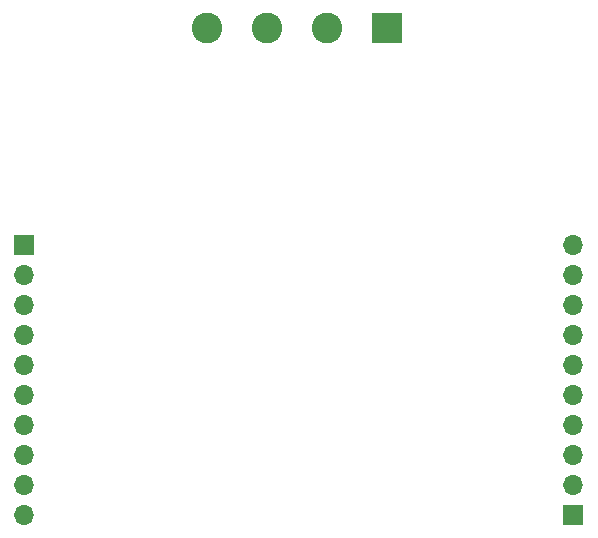
<source format=gbr>
%TF.GenerationSoftware,KiCad,Pcbnew,(5.1.10)-1*%
%TF.CreationDate,2022-11-08T16:30:58-06:00*%
%TF.ProjectId,curve_tracer,63757276-655f-4747-9261-6365722e6b69,B*%
%TF.SameCoordinates,Original*%
%TF.FileFunction,Soldermask,Bot*%
%TF.FilePolarity,Negative*%
%FSLAX46Y46*%
G04 Gerber Fmt 4.6, Leading zero omitted, Abs format (unit mm)*
G04 Created by KiCad (PCBNEW (5.1.10)-1) date 2022-11-08 16:30:58*
%MOMM*%
%LPD*%
G01*
G04 APERTURE LIST*
%ADD10C,2.600000*%
%ADD11R,2.600000X2.600000*%
%ADD12R,1.700000X1.700000*%
%ADD13O,1.700000X1.700000*%
G04 APERTURE END LIST*
D10*
%TO.C,J1*%
X141795500Y-90678000D03*
X146875500Y-90678000D03*
X151955500Y-90678000D03*
D11*
X157035500Y-90678000D03*
%TD*%
D12*
%TO.C,J3*%
X172790000Y-131947500D03*
D13*
X172790000Y-129407500D03*
X172790000Y-126867500D03*
X172790000Y-124327500D03*
X172790000Y-121787500D03*
X172790000Y-119247500D03*
X172790000Y-116707500D03*
X172790000Y-114167500D03*
X172790000Y-111627500D03*
X172790000Y-109087500D03*
%TD*%
D12*
%TO.C,J2*%
X126290000Y-109087500D03*
D13*
X126290000Y-111627500D03*
X126290000Y-114167500D03*
X126290000Y-116707500D03*
X126290000Y-119247500D03*
X126290000Y-121787500D03*
X126290000Y-124327500D03*
X126290000Y-126867500D03*
X126290000Y-129407500D03*
X126290000Y-131947500D03*
%TD*%
M02*

</source>
